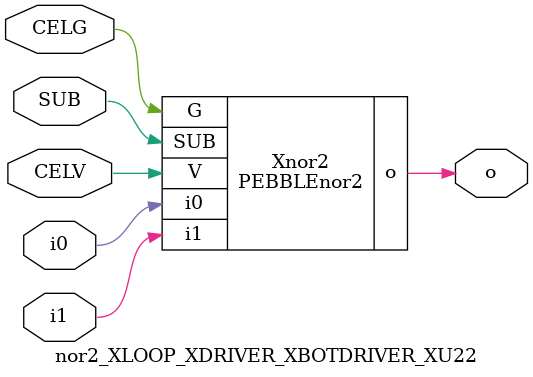
<source format=v>



module PEBBLEnor2 ( o, G, SUB, V, i0, i1 );

  input i0;
  input V;
  input i1;
  input G;
  output o;
  input SUB;
endmodule

//Celera Confidential Do Not Copy nor2_XLOOP_XDRIVER_XBOTDRIVER_XU22
//Celera Confidential Symbol Generator
//nor2
module nor2_XLOOP_XDRIVER_XBOTDRIVER_XU22 (CELV,CELG,i0,i1,o,SUB);
input CELV;
input CELG;
input i0;
input i1;
input SUB;
output o;

//Celera Confidential Do Not Copy nor2
PEBBLEnor2 Xnor2(
.V (CELV),
.i0 (i0),
.i1 (i1),
.o (o),
.SUB (SUB),
.G (CELG)
);
//,diesize,PEBBLEnor2

//Celera Confidential Do Not Copy Module End
//Celera Schematic Generator
endmodule

</source>
